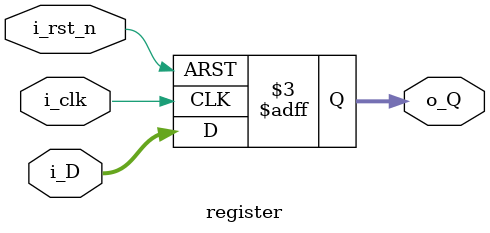
<source format=v>
module register #(parameter WIDHT=8)(input i_clk, i_rst_n,
		input [WIDHT-1:0] i_D,
		output reg [WIDHT-1:0] o_Q);


always @(posedge i_clk, negedge i_rst_n)
begin
	if (!i_rst_n)
		o_Q <= 0;
	else begin
		o_Q <= i_D;
	end

end

endmodule

</source>
